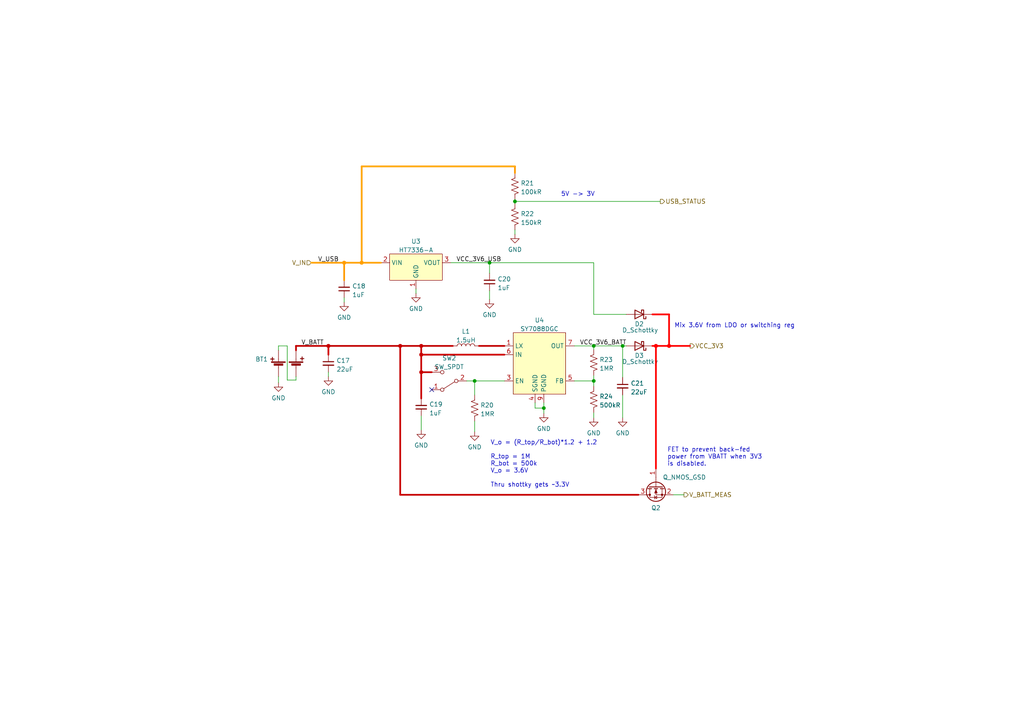
<source format=kicad_sch>
(kicad_sch (version 20211123) (generator eeschema)

  (uuid fbb1f04f-2f6a-45b4-9414-8b4b907a8753)

  (paper "A4")

  (title_block
    (title "kt_sysadminBadge: Power Management")
    (rev "00")
    (company "Kairotronix")
  )

  (lib_symbols
    (symbol "Device:C_Small" (pin_numbers hide) (pin_names (offset 0.254) hide) (in_bom yes) (on_board yes)
      (property "Reference" "C" (id 0) (at 0.254 1.778 0)
        (effects (font (size 1.27 1.27)) (justify left))
      )
      (property "Value" "C_Small" (id 1) (at 0.254 -2.032 0)
        (effects (font (size 1.27 1.27)) (justify left))
      )
      (property "Footprint" "" (id 2) (at 0 0 0)
        (effects (font (size 1.27 1.27)) hide)
      )
      (property "Datasheet" "~" (id 3) (at 0 0 0)
        (effects (font (size 1.27 1.27)) hide)
      )
      (property "ki_keywords" "capacitor cap" (id 4) (at 0 0 0)
        (effects (font (size 1.27 1.27)) hide)
      )
      (property "ki_description" "Unpolarized capacitor, small symbol" (id 5) (at 0 0 0)
        (effects (font (size 1.27 1.27)) hide)
      )
      (property "ki_fp_filters" "C_*" (id 6) (at 0 0 0)
        (effects (font (size 1.27 1.27)) hide)
      )
      (symbol "C_Small_0_1"
        (polyline
          (pts
            (xy -1.524 -0.508)
            (xy 1.524 -0.508)
          )
          (stroke (width 0.3302) (type default) (color 0 0 0 0))
          (fill (type none))
        )
        (polyline
          (pts
            (xy -1.524 0.508)
            (xy 1.524 0.508)
          )
          (stroke (width 0.3048) (type default) (color 0 0 0 0))
          (fill (type none))
        )
      )
      (symbol "C_Small_1_1"
        (pin passive line (at 0 2.54 270) (length 2.032)
          (name "~" (effects (font (size 1.27 1.27))))
          (number "1" (effects (font (size 1.27 1.27))))
        )
        (pin passive line (at 0 -2.54 90) (length 2.032)
          (name "~" (effects (font (size 1.27 1.27))))
          (number "2" (effects (font (size 1.27 1.27))))
        )
      )
    )
    (symbol "Device:D_Schottky" (pin_numbers hide) (pin_names (offset 1.016) hide) (in_bom yes) (on_board yes)
      (property "Reference" "D" (id 0) (at 0 2.54 0)
        (effects (font (size 1.27 1.27)))
      )
      (property "Value" "D_Schottky" (id 1) (at 0 -2.54 0)
        (effects (font (size 1.27 1.27)))
      )
      (property "Footprint" "" (id 2) (at 0 0 0)
        (effects (font (size 1.27 1.27)) hide)
      )
      (property "Datasheet" "~" (id 3) (at 0 0 0)
        (effects (font (size 1.27 1.27)) hide)
      )
      (property "ki_keywords" "diode Schottky" (id 4) (at 0 0 0)
        (effects (font (size 1.27 1.27)) hide)
      )
      (property "ki_description" "Schottky diode" (id 5) (at 0 0 0)
        (effects (font (size 1.27 1.27)) hide)
      )
      (property "ki_fp_filters" "TO-???* *_Diode_* *SingleDiode* D_*" (id 6) (at 0 0 0)
        (effects (font (size 1.27 1.27)) hide)
      )
      (symbol "D_Schottky_0_1"
        (polyline
          (pts
            (xy 1.27 0)
            (xy -1.27 0)
          )
          (stroke (width 0) (type default) (color 0 0 0 0))
          (fill (type none))
        )
        (polyline
          (pts
            (xy 1.27 1.27)
            (xy 1.27 -1.27)
            (xy -1.27 0)
            (xy 1.27 1.27)
          )
          (stroke (width 0.254) (type default) (color 0 0 0 0))
          (fill (type none))
        )
        (polyline
          (pts
            (xy -1.905 0.635)
            (xy -1.905 1.27)
            (xy -1.27 1.27)
            (xy -1.27 -1.27)
            (xy -0.635 -1.27)
            (xy -0.635 -0.635)
          )
          (stroke (width 0.254) (type default) (color 0 0 0 0))
          (fill (type none))
        )
      )
      (symbol "D_Schottky_1_1"
        (pin passive line (at -3.81 0 0) (length 2.54)
          (name "K" (effects (font (size 1.27 1.27))))
          (number "1" (effects (font (size 1.27 1.27))))
        )
        (pin passive line (at 3.81 0 180) (length 2.54)
          (name "A" (effects (font (size 1.27 1.27))))
          (number "2" (effects (font (size 1.27 1.27))))
        )
      )
    )
    (symbol "Device:L" (pin_numbers hide) (pin_names (offset 1.016) hide) (in_bom yes) (on_board yes)
      (property "Reference" "L" (id 0) (at -1.27 0 90)
        (effects (font (size 1.27 1.27)))
      )
      (property "Value" "L" (id 1) (at 1.905 0 90)
        (effects (font (size 1.27 1.27)))
      )
      (property "Footprint" "" (id 2) (at 0 0 0)
        (effects (font (size 1.27 1.27)) hide)
      )
      (property "Datasheet" "~" (id 3) (at 0 0 0)
        (effects (font (size 1.27 1.27)) hide)
      )
      (property "ki_keywords" "inductor choke coil reactor magnetic" (id 4) (at 0 0 0)
        (effects (font (size 1.27 1.27)) hide)
      )
      (property "ki_description" "Inductor" (id 5) (at 0 0 0)
        (effects (font (size 1.27 1.27)) hide)
      )
      (property "ki_fp_filters" "Choke_* *Coil* Inductor_* L_*" (id 6) (at 0 0 0)
        (effects (font (size 1.27 1.27)) hide)
      )
      (symbol "L_0_1"
        (arc (start 0 -2.54) (mid 0.635 -1.905) (end 0 -1.27)
          (stroke (width 0) (type default) (color 0 0 0 0))
          (fill (type none))
        )
        (arc (start 0 -1.27) (mid 0.635 -0.635) (end 0 0)
          (stroke (width 0) (type default) (color 0 0 0 0))
          (fill (type none))
        )
        (arc (start 0 0) (mid 0.635 0.635) (end 0 1.27)
          (stroke (width 0) (type default) (color 0 0 0 0))
          (fill (type none))
        )
        (arc (start 0 1.27) (mid 0.635 1.905) (end 0 2.54)
          (stroke (width 0) (type default) (color 0 0 0 0))
          (fill (type none))
        )
      )
      (symbol "L_1_1"
        (pin passive line (at 0 3.81 270) (length 1.27)
          (name "1" (effects (font (size 1.27 1.27))))
          (number "1" (effects (font (size 1.27 1.27))))
        )
        (pin passive line (at 0 -3.81 90) (length 1.27)
          (name "2" (effects (font (size 1.27 1.27))))
          (number "2" (effects (font (size 1.27 1.27))))
        )
      )
    )
    (symbol "Device:Q_NMOS_GSD" (pin_names (offset 0) hide) (in_bom yes) (on_board yes)
      (property "Reference" "Q" (id 0) (at 5.08 1.27 0)
        (effects (font (size 1.27 1.27)) (justify left))
      )
      (property "Value" "Q_NMOS_GSD" (id 1) (at 5.08 -1.27 0)
        (effects (font (size 1.27 1.27)) (justify left))
      )
      (property "Footprint" "" (id 2) (at 5.08 2.54 0)
        (effects (font (size 1.27 1.27)) hide)
      )
      (property "Datasheet" "~" (id 3) (at 0 0 0)
        (effects (font (size 1.27 1.27)) hide)
      )
      (property "ki_keywords" "transistor NMOS N-MOS N-MOSFET" (id 4) (at 0 0 0)
        (effects (font (size 1.27 1.27)) hide)
      )
      (property "ki_description" "N-MOSFET transistor, gate/source/drain" (id 5) (at 0 0 0)
        (effects (font (size 1.27 1.27)) hide)
      )
      (symbol "Q_NMOS_GSD_0_1"
        (polyline
          (pts
            (xy 0.254 0)
            (xy -2.54 0)
          )
          (stroke (width 0) (type default) (color 0 0 0 0))
          (fill (type none))
        )
        (polyline
          (pts
            (xy 0.254 1.905)
            (xy 0.254 -1.905)
          )
          (stroke (width 0.254) (type default) (color 0 0 0 0))
          (fill (type none))
        )
        (polyline
          (pts
            (xy 0.762 -1.27)
            (xy 0.762 -2.286)
          )
          (stroke (width 0.254) (type default) (color 0 0 0 0))
          (fill (type none))
        )
        (polyline
          (pts
            (xy 0.762 0.508)
            (xy 0.762 -0.508)
          )
          (stroke (width 0.254) (type default) (color 0 0 0 0))
          (fill (type none))
        )
        (polyline
          (pts
            (xy 0.762 2.286)
            (xy 0.762 1.27)
          )
          (stroke (width 0.254) (type default) (color 0 0 0 0))
          (fill (type none))
        )
        (polyline
          (pts
            (xy 2.54 2.54)
            (xy 2.54 1.778)
          )
          (stroke (width 0) (type default) (color 0 0 0 0))
          (fill (type none))
        )
        (polyline
          (pts
            (xy 2.54 -2.54)
            (xy 2.54 0)
            (xy 0.762 0)
          )
          (stroke (width 0) (type default) (color 0 0 0 0))
          (fill (type none))
        )
        (polyline
          (pts
            (xy 0.762 -1.778)
            (xy 3.302 -1.778)
            (xy 3.302 1.778)
            (xy 0.762 1.778)
          )
          (stroke (width 0) (type default) (color 0 0 0 0))
          (fill (type none))
        )
        (polyline
          (pts
            (xy 1.016 0)
            (xy 2.032 0.381)
            (xy 2.032 -0.381)
            (xy 1.016 0)
          )
          (stroke (width 0) (type default) (color 0 0 0 0))
          (fill (type outline))
        )
        (polyline
          (pts
            (xy 2.794 0.508)
            (xy 2.921 0.381)
            (xy 3.683 0.381)
            (xy 3.81 0.254)
          )
          (stroke (width 0) (type default) (color 0 0 0 0))
          (fill (type none))
        )
        (polyline
          (pts
            (xy 3.302 0.381)
            (xy 2.921 -0.254)
            (xy 3.683 -0.254)
            (xy 3.302 0.381)
          )
          (stroke (width 0) (type default) (color 0 0 0 0))
          (fill (type none))
        )
        (circle (center 1.651 0) (radius 2.794)
          (stroke (width 0.254) (type default) (color 0 0 0 0))
          (fill (type none))
        )
        (circle (center 2.54 -1.778) (radius 0.254)
          (stroke (width 0) (type default) (color 0 0 0 0))
          (fill (type outline))
        )
        (circle (center 2.54 1.778) (radius 0.254)
          (stroke (width 0) (type default) (color 0 0 0 0))
          (fill (type outline))
        )
      )
      (symbol "Q_NMOS_GSD_1_1"
        (pin input line (at -5.08 0 0) (length 2.54)
          (name "G" (effects (font (size 1.27 1.27))))
          (number "1" (effects (font (size 1.27 1.27))))
        )
        (pin passive line (at 2.54 -5.08 90) (length 2.54)
          (name "S" (effects (font (size 1.27 1.27))))
          (number "2" (effects (font (size 1.27 1.27))))
        )
        (pin passive line (at 2.54 5.08 270) (length 2.54)
          (name "D" (effects (font (size 1.27 1.27))))
          (number "3" (effects (font (size 1.27 1.27))))
        )
      )
    )
    (symbol "Device:R_US" (pin_numbers hide) (pin_names (offset 0)) (in_bom yes) (on_board yes)
      (property "Reference" "R" (id 0) (at 2.54 0 90)
        (effects (font (size 1.27 1.27)))
      )
      (property "Value" "R_US" (id 1) (at -2.54 0 90)
        (effects (font (size 1.27 1.27)))
      )
      (property "Footprint" "" (id 2) (at 1.016 -0.254 90)
        (effects (font (size 1.27 1.27)) hide)
      )
      (property "Datasheet" "~" (id 3) (at 0 0 0)
        (effects (font (size 1.27 1.27)) hide)
      )
      (property "ki_keywords" "R res resistor" (id 4) (at 0 0 0)
        (effects (font (size 1.27 1.27)) hide)
      )
      (property "ki_description" "Resistor, US symbol" (id 5) (at 0 0 0)
        (effects (font (size 1.27 1.27)) hide)
      )
      (property "ki_fp_filters" "R_*" (id 6) (at 0 0 0)
        (effects (font (size 1.27 1.27)) hide)
      )
      (symbol "R_US_0_1"
        (polyline
          (pts
            (xy 0 -2.286)
            (xy 0 -2.54)
          )
          (stroke (width 0) (type default) (color 0 0 0 0))
          (fill (type none))
        )
        (polyline
          (pts
            (xy 0 2.286)
            (xy 0 2.54)
          )
          (stroke (width 0) (type default) (color 0 0 0 0))
          (fill (type none))
        )
        (polyline
          (pts
            (xy 0 -0.762)
            (xy 1.016 -1.143)
            (xy 0 -1.524)
            (xy -1.016 -1.905)
            (xy 0 -2.286)
          )
          (stroke (width 0) (type default) (color 0 0 0 0))
          (fill (type none))
        )
        (polyline
          (pts
            (xy 0 0.762)
            (xy 1.016 0.381)
            (xy 0 0)
            (xy -1.016 -0.381)
            (xy 0 -0.762)
          )
          (stroke (width 0) (type default) (color 0 0 0 0))
          (fill (type none))
        )
        (polyline
          (pts
            (xy 0 2.286)
            (xy 1.016 1.905)
            (xy 0 1.524)
            (xy -1.016 1.143)
            (xy 0 0.762)
          )
          (stroke (width 0) (type default) (color 0 0 0 0))
          (fill (type none))
        )
      )
      (symbol "R_US_1_1"
        (pin passive line (at 0 3.81 270) (length 1.27)
          (name "~" (effects (font (size 1.27 1.27))))
          (number "1" (effects (font (size 1.27 1.27))))
        )
        (pin passive line (at 0 -3.81 90) (length 1.27)
          (name "~" (effects (font (size 1.27 1.27))))
          (number "2" (effects (font (size 1.27 1.27))))
        )
      )
    )
    (symbol "Switch:SW_SPDT" (pin_names (offset 0) hide) (in_bom yes) (on_board yes)
      (property "Reference" "SW" (id 0) (at 0 4.318 0)
        (effects (font (size 1.27 1.27)))
      )
      (property "Value" "SW_SPDT" (id 1) (at 0 -5.08 0)
        (effects (font (size 1.27 1.27)))
      )
      (property "Footprint" "" (id 2) (at 0 0 0)
        (effects (font (size 1.27 1.27)) hide)
      )
      (property "Datasheet" "~" (id 3) (at 0 0 0)
        (effects (font (size 1.27 1.27)) hide)
      )
      (property "ki_keywords" "switch single-pole double-throw spdt ON-ON" (id 4) (at 0 0 0)
        (effects (font (size 1.27 1.27)) hide)
      )
      (property "ki_description" "Switch, single pole double throw" (id 5) (at 0 0 0)
        (effects (font (size 1.27 1.27)) hide)
      )
      (symbol "SW_SPDT_0_0"
        (circle (center -2.032 0) (radius 0.508)
          (stroke (width 0) (type default) (color 0 0 0 0))
          (fill (type none))
        )
        (circle (center 2.032 -2.54) (radius 0.508)
          (stroke (width 0) (type default) (color 0 0 0 0))
          (fill (type none))
        )
      )
      (symbol "SW_SPDT_0_1"
        (polyline
          (pts
            (xy -1.524 0.254)
            (xy 1.651 2.286)
          )
          (stroke (width 0) (type default) (color 0 0 0 0))
          (fill (type none))
        )
        (circle (center 2.032 2.54) (radius 0.508)
          (stroke (width 0) (type default) (color 0 0 0 0))
          (fill (type none))
        )
      )
      (symbol "SW_SPDT_1_1"
        (pin passive line (at 5.08 2.54 180) (length 2.54)
          (name "A" (effects (font (size 1.27 1.27))))
          (number "1" (effects (font (size 1.27 1.27))))
        )
        (pin passive line (at -5.08 0 0) (length 2.54)
          (name "B" (effects (font (size 1.27 1.27))))
          (number "2" (effects (font (size 1.27 1.27))))
        )
        (pin passive line (at 5.08 -2.54 180) (length 2.54)
          (name "C" (effects (font (size 1.27 1.27))))
          (number "3" (effects (font (size 1.27 1.27))))
        )
      )
    )
    (symbol "kt_Converter_DC_DC:SY7088DGC" (in_bom yes) (on_board yes)
      (property "Reference" "U" (id 0) (at 0 7.62 0)
        (effects (font (size 1.27 1.27)))
      )
      (property "Value" "SY7088DGC" (id 1) (at 0 5.08 0)
        (effects (font (size 1.27 1.27)))
      )
      (property "Footprint" "Package_DFN_QFN:DFN-8-1EP_3x2mm_P0.5mm_EP1.7x1.4mm" (id 2) (at -1.27 -17.78 0)
        (effects (font (size 1.27 1.27)) hide)
      )
      (property "Datasheet" "https://datasheet.lcsc.com/lcsc/2108131730_Silergy-Corp-SY7088DGC_C178240.pdf" (id 3) (at -1.27 -20.32 0)
        (effects (font (size 1.27 1.27)) hide)
      )
      (symbol "SY7088DGC_0_0"
        (pin unspecified line (at -10.16 0 0) (length 2.54)
          (name "LX" (effects (font (size 1.27 1.27))))
          (number "1" (effects (font (size 1.27 1.27))))
        )
        (pin unspecified line (at -10.16 0 0) (length 2.54) hide
          (name "LX" (effects (font (size 1.27 1.27))))
          (number "2" (effects (font (size 1.27 1.27))))
        )
        (pin unspecified line (at -10.16 -10.16 0) (length 2.54)
          (name "EN" (effects (font (size 1.27 1.27))))
          (number "3" (effects (font (size 1.27 1.27))))
        )
        (pin unspecified line (at -1.27 -16.51 90) (length 2.54)
          (name "SGND" (effects (font (size 1.27 1.27))))
          (number "4" (effects (font (size 1.27 1.27))))
        )
        (pin unspecified line (at 10.16 -10.16 180) (length 2.54)
          (name "FB" (effects (font (size 1.27 1.27))))
          (number "5" (effects (font (size 1.27 1.27))))
        )
        (pin unspecified line (at -10.16 -2.54 0) (length 2.54)
          (name "IN" (effects (font (size 1.27 1.27))))
          (number "6" (effects (font (size 1.27 1.27))))
        )
        (pin unspecified line (at 10.16 0 180) (length 2.54)
          (name "OUT" (effects (font (size 1.27 1.27))))
          (number "7" (effects (font (size 1.27 1.27))))
        )
        (pin unspecified line (at 10.16 0 180) (length 2.54) hide
          (name "OUT" (effects (font (size 1.27 1.27))))
          (number "8" (effects (font (size 1.27 1.27))))
        )
        (pin unspecified line (at 1.27 -16.51 90) (length 2.54)
          (name "PGND" (effects (font (size 1.27 1.27))))
          (number "9" (effects (font (size 1.27 1.27))))
        )
      )
      (symbol "SY7088DGC_0_1"
        (rectangle (start 7.62 -13.97) (end -7.62 3.81)
          (stroke (width 0.1524) (type default) (color 0 0 0 0))
          (fill (type background))
        )
      )
    )
    (symbol "kt_Device:Battery_4term" (pin_numbers hide) (pin_names (offset 0) hide) (in_bom yes) (on_board yes)
      (property "Reference" "BT" (id 0) (at 5.08 5.08 0)
        (effects (font (size 1.27 1.27)) (justify left))
      )
      (property "Value" "Battery_4term" (id 1) (at 5.08 2.54 0)
        (effects (font (size 1.27 1.27)) (justify left))
      )
      (property "Footprint" "" (id 2) (at -2.54 1.524 90)
        (effects (font (size 1.27 1.27)) hide)
      )
      (property "Datasheet" "~" (id 3) (at -2.54 1.524 90)
        (effects (font (size 1.27 1.27)) hide)
      )
      (property "ki_keywords" "batt voltage-source cell" (id 4) (at 0 0 0)
        (effects (font (size 1.27 1.27)) hide)
      )
      (property "ki_description" "Multiple-cell battery" (id 5) (at 0 0 0)
        (effects (font (size 1.27 1.27)) hide)
      )
      (symbol "Battery_4term_0_0"
        (pin passive line (at -2.54 -2.54 90) (length 2.54)
          (name "-" (effects (font (size 1.27 1.27))))
          (number "1" (effects (font (size 1.27 1.27))))
        )
        (pin passive line (at 2.54 5.08 270) (length 2.54)
          (name "+" (effects (font (size 1.27 1.27))))
          (number "4" (effects (font (size 1.27 1.27))))
        )
      )
      (symbol "Battery_4term_0_1"
        (rectangle (start -4.572 1.778) (end -0.508 1.524)
          (stroke (width 0) (type default) (color 0 0 0 0))
          (fill (type outline))
        )
        (rectangle (start -3.8608 1.1938) (end -1.27 0.6858)
          (stroke (width 0) (type default) (color 0 0 0 0))
          (fill (type outline))
        )
        (polyline
          (pts
            (xy -4.826 2.667)
            (xy -3.81 2.667)
          )
          (stroke (width 0.254) (type default) (color 0 0 0 0))
          (fill (type none))
        )
        (polyline
          (pts
            (xy -4.318 3.175)
            (xy -4.318 2.159)
          )
          (stroke (width 0.254) (type default) (color 0 0 0 0))
          (fill (type none))
        )
        (polyline
          (pts
            (xy -2.54 0)
            (xy -2.54 0.762)
          )
          (stroke (width 0) (type default) (color 0 0 0 0))
          (fill (type none))
        )
        (polyline
          (pts
            (xy -2.54 1.778)
            (xy -2.54 2.54)
          )
          (stroke (width 0) (type default) (color 0 0 0 0))
          (fill (type none))
        )
        (polyline
          (pts
            (xy 2.54 0)
            (xy 2.54 0.762)
          )
          (stroke (width 0) (type default) (color 0 0 0 0))
          (fill (type none))
        )
        (polyline
          (pts
            (xy 2.54 2.54)
            (xy 2.54 1.778)
          )
          (stroke (width 0) (type default) (color 0 0 0 0))
          (fill (type none))
        )
        (polyline
          (pts
            (xy 3.81 2.54)
            (xy 4.826 2.54)
          )
          (stroke (width 0.254) (type default) (color 0 0 0 0))
          (fill (type none))
        )
        (polyline
          (pts
            (xy 4.318 3.048)
            (xy 4.318 2.032)
          )
          (stroke (width 0.254) (type default) (color 0 0 0 0))
          (fill (type none))
        )
        (rectangle (start 0.5334 1.778) (end 4.5974 1.524)
          (stroke (width 0) (type default) (color 0 0 0 0))
          (fill (type outline))
        )
        (rectangle (start 1.2446 1.1938) (end 3.8354 0.6858)
          (stroke (width 0) (type default) (color 0 0 0 0))
          (fill (type outline))
        )
      )
      (symbol "Battery_4term_1_1"
        (pin passive line (at -2.54 5.08 270) (length 2.54)
          (name "+" (effects (font (size 1.27 1.27))))
          (number "2" (effects (font (size 1.27 1.27))))
        )
        (pin passive line (at 2.54 -2.54 90) (length 2.54)
          (name "-" (effects (font (size 1.27 1.27))))
          (number "3" (effects (font (size 1.27 1.27))))
        )
      )
    )
    (symbol "kt_Regulator_Linear:HT7336-A" (in_bom yes) (on_board yes)
      (property "Reference" "U" (id 0) (at 0 6.35 0)
        (effects (font (size 1.27 1.27)))
      )
      (property "Value" "HT7336-A" (id 1) (at 0 3.81 0)
        (effects (font (size 1.27 1.27)))
      )
      (property "Footprint" "Package_TO_SOT_SMD:SOT-89-3_Handsoldering" (id 2) (at 2.54 -12.7 0)
        (effects (font (size 1.27 1.27)) hide)
      )
      (property "Datasheet" "https://datasheet.lcsc.com/lcsc/2110111730_UMW-Youtai-Semiconductor-Co---Ltd--HT7336-A_C347192.pdf" (id 3) (at -7.62 -10.16 0)
        (effects (font (size 1.27 1.27)) hide)
      )
      (property "MFG P/N" "HT7336-A" (id 4) (at -7.62 -6.35 0)
        (effects (font (size 1.27 1.27)) hide)
      )
      (property "LCSC P/N" "C347192" (id 5) (at -7.62 -7.62 0)
        (effects (font (size 1.27 1.27)) hide)
      )
      (symbol "HT7336-A_0_0"
        (pin unspecified line (at 0 -7.62 90) (length 2.54)
          (name "GND" (effects (font (size 1.27 1.27))))
          (number "1" (effects (font (size 1.27 1.27))))
        )
        (pin unspecified line (at -10.16 0 0) (length 2.54)
          (name "VIN" (effects (font (size 1.27 1.27))))
          (number "2" (effects (font (size 1.27 1.27))))
        )
        (pin unspecified line (at 10.16 0 180) (length 2.54)
          (name "VOUT" (effects (font (size 1.27 1.27))))
          (number "3" (effects (font (size 1.27 1.27))))
        )
      )
      (symbol "HT7336-A_0_1"
        (rectangle (start -7.62 2.54) (end 7.62 -5.08)
          (stroke (width 0.1524) (type default) (color 0 0 0 0))
          (fill (type background))
        )
      )
    )
    (symbol "power:GND" (power) (pin_names (offset 0)) (in_bom yes) (on_board yes)
      (property "Reference" "#PWR" (id 0) (at 0 -6.35 0)
        (effects (font (size 1.27 1.27)) hide)
      )
      (property "Value" "GND" (id 1) (at 0 -3.81 0)
        (effects (font (size 1.27 1.27)))
      )
      (property "Footprint" "" (id 2) (at 0 0 0)
        (effects (font (size 1.27 1.27)) hide)
      )
      (property "Datasheet" "" (id 3) (at 0 0 0)
        (effects (font (size 1.27 1.27)) hide)
      )
      (property "ki_keywords" "power-flag" (id 4) (at 0 0 0)
        (effects (font (size 1.27 1.27)) hide)
      )
      (property "ki_description" "Power symbol creates a global label with name \"GND\" , ground" (id 5) (at 0 0 0)
        (effects (font (size 1.27 1.27)) hide)
      )
      (symbol "GND_0_1"
        (polyline
          (pts
            (xy 0 0)
            (xy 0 -1.27)
            (xy 1.27 -1.27)
            (xy 0 -2.54)
            (xy -1.27 -1.27)
            (xy 0 -1.27)
          )
          (stroke (width 0) (type default) (color 0 0 0 0))
          (fill (type none))
        )
      )
      (symbol "GND_1_1"
        (pin power_in line (at 0 0 270) (length 0) hide
          (name "GND" (effects (font (size 1.27 1.27))))
          (number "1" (effects (font (size 1.27 1.27))))
        )
      )
    )
  )

  (junction (at 122.174 102.87) (diameter 1) (color 194 0 0 1)
    (uuid 0ab4a7f3-7232-4035-b8f0-7937596d8cf6)
  )
  (junction (at 149.352 58.42) (diameter 0) (color 0 0 0 0)
    (uuid 11d24dbf-51f3-4710-8474-26881d10e3d5)
  )
  (junction (at 172.212 110.49) (diameter 0) (color 0 0 0 0)
    (uuid 226b8b86-2bce-48bc-b8dc-61a916e6d5ff)
  )
  (junction (at 137.668 110.49) (diameter 0) (color 0 0 0 0)
    (uuid 3a59cb31-75eb-433e-8e8b-ff06565fda04)
  )
  (junction (at 104.902 76.2) (diameter 1) (color 255 153 0 1)
    (uuid 443125d0-5da7-4cfe-8050-3f0aa4232986)
  )
  (junction (at 116.078 100.33) (diameter 1) (color 194 0 0 1)
    (uuid 509eb95e-f3c5-4444-b053-d57539ef7e6a)
  )
  (junction (at 172.212 100.33) (diameter 0) (color 0 0 0 0)
    (uuid 5ec29eb5-29d4-4fe4-a3dc-c11f5ac63ac1)
  )
  (junction (at 190.246 100.33) (diameter 1) (color 255 0 0 1)
    (uuid 605b1720-9905-4016-910e-06f1b4d3302e)
  )
  (junction (at 194.056 100.33) (diameter 1) (color 255 0 0 1)
    (uuid 6c6456b4-5cc2-403f-9198-1c25343e99c1)
  )
  (junction (at 95.25 100.33) (diameter 1) (color 194 0 0 1)
    (uuid 705ad2f0-389b-489b-8264-73e1df2f55bf)
  )
  (junction (at 122.174 107.95) (diameter 1) (color 194 0 0 1)
    (uuid 88fbcdb8-a6f9-457b-80b3-d801a3740f0b)
  )
  (junction (at 141.986 76.2) (diameter 0) (color 0 0 0 0)
    (uuid b7b5b24a-6f32-4096-af5c-188cc2f20aa7)
  )
  (junction (at 122.174 100.33) (diameter 1) (color 194 0 0 1)
    (uuid c3c49dbf-fdc9-4549-8bd4-e8fc553c02f7)
  )
  (junction (at 99.822 76.2) (diameter 1) (color 255 153 0 1)
    (uuid d34614ad-02c6-4dee-8079-0f26d2792e77)
  )
  (junction (at 180.594 100.33) (diameter 0) (color 0 0 0 0)
    (uuid e62b51b2-c866-48bf-9dc2-59228e34eeb3)
  )
  (junction (at 157.734 118.364) (diameter 0) (color 0 0 0 0)
    (uuid f1c0527b-8d5f-4cca-a9df-75642b4256bd)
  )

  (no_connect (at 125.222 113.03) (uuid 1dfdb42a-cf76-41be-a81d-f12f5615c5b4))

  (wire (pts (xy 95.25 109.22) (xy 95.25 107.95))
    (stroke (width 0) (type default) (color 0 0 0 0))
    (uuid 02507d2d-d909-463d-af1e-bd19c25c3658)
  )
  (wire (pts (xy 155.194 118.364) (xy 157.734 118.364))
    (stroke (width 0) (type default) (color 0 0 0 0))
    (uuid 0631eccf-c3db-4fde-b5ce-c51abba127d6)
  )
  (wire (pts (xy 180.594 100.33) (xy 181.61 100.33))
    (stroke (width 0) (type default) (color 0 0 0 0))
    (uuid 0aacbaf7-88e0-491e-889a-bf4af69d2f5f)
  )
  (wire (pts (xy 198.374 143.51) (xy 195.326 143.51))
    (stroke (width 0) (type default) (color 0 0 0 0))
    (uuid 1d8602c0-032a-4f73-b996-dec2babed73b)
  )
  (wire (pts (xy 80.772 110.998) (xy 80.772 109.22))
    (stroke (width 0) (type default) (color 0 0 0 0))
    (uuid 1e86eaa8-cd04-4480-b173-1d8f217bc8c8)
  )
  (wire (pts (xy 141.986 76.2) (xy 141.986 79.248))
    (stroke (width 0) (type default) (color 0 0 0 0))
    (uuid 1ec06d34-33e1-4dd3-b7e0-6f898c15ae1a)
  )
  (wire (pts (xy 95.25 100.33) (xy 95.25 102.87))
    (stroke (width 0.5) (type default) (color 194 0 0 1))
    (uuid 2241552f-e216-4c72-b701-f39477956c94)
  )
  (wire (pts (xy 141.986 76.2) (xy 130.81 76.2))
    (stroke (width 0) (type default) (color 0 0 0 0))
    (uuid 2be98de6-d8cb-4429-a1e6-37ae75f804c7)
  )
  (wire (pts (xy 180.594 100.33) (xy 180.594 109.474))
    (stroke (width 0) (type default) (color 0 0 0 0))
    (uuid 2c4ca4e2-1aa4-42d5-91ce-42bfb60ef049)
  )
  (wire (pts (xy 137.668 122.174) (xy 137.668 125.222))
    (stroke (width 0) (type default) (color 0 0 0 0))
    (uuid 33d6e81c-d923-477b-8324-2ba53dc26698)
  )
  (wire (pts (xy 190.246 100.33) (xy 190.246 135.89))
    (stroke (width 0.5) (type default) (color 255 0 0 1))
    (uuid 3795b7e4-1645-40da-af76-a335a68e44e2)
  )
  (wire (pts (xy 194.056 91.186) (xy 194.056 100.33))
    (stroke (width 0.5) (type default) (color 255 0 0 1))
    (uuid 3d8591ab-83b5-4835-b479-be6f7683bd00)
  )
  (wire (pts (xy 189.23 100.33) (xy 190.246 100.33))
    (stroke (width 0.5) (type default) (color 255 0 0 1))
    (uuid 3db0fbbe-3368-4585-9686-b1d600aacbd6)
  )
  (wire (pts (xy 122.174 107.95) (xy 125.222 107.95))
    (stroke (width 0.5) (type default) (color 194 0 0 1))
    (uuid 41cc0679-8161-4215-94fc-78f2db3ca7c0)
  )
  (wire (pts (xy 122.174 102.87) (xy 122.174 107.95))
    (stroke (width 0.5) (type default) (color 194 0 0 1))
    (uuid 425c4fca-5082-42c0-9186-413fe04b29ac)
  )
  (wire (pts (xy 80.772 100.33) (xy 80.772 101.6))
    (stroke (width 0) (type default) (color 0 0 0 0))
    (uuid 46a87c5b-4089-4e4f-82aa-3c6bff684905)
  )
  (wire (pts (xy 149.352 67.945) (xy 149.352 66.675))
    (stroke (width 0) (type default) (color 0 0 0 0))
    (uuid 48bc2c27-0df4-47ad-9009-59eead730740)
  )
  (wire (pts (xy 172.212 108.966) (xy 172.212 110.49))
    (stroke (width 0) (type default) (color 0 0 0 0))
    (uuid 4bf30618-b72b-4b84-a1e0-e47d61b68fd0)
  )
  (wire (pts (xy 99.822 76.2) (xy 99.822 81.28))
    (stroke (width 0.5) (type default) (color 255 153 0 1))
    (uuid 520089b0-4442-4713-ae1b-87d63d51b467)
  )
  (wire (pts (xy 166.624 100.33) (xy 172.212 100.33))
    (stroke (width 0) (type default) (color 0 0 0 0))
    (uuid 568cc1c5-7672-4b06-8943-346cb35278ed)
  )
  (wire (pts (xy 149.352 58.42) (xy 149.352 59.055))
    (stroke (width 0) (type default) (color 0 0 0 0))
    (uuid 5bab7068-1c7c-4fc3-9d89-e5dcd4d3249c)
  )
  (wire (pts (xy 122.174 100.33) (xy 122.174 102.87))
    (stroke (width 0.5) (type default) (color 194 0 0 1))
    (uuid 5c72890c-e5d4-498f-b0f4-8f5f0491ce12)
  )
  (wire (pts (xy 104.902 76.2) (xy 110.49 76.2))
    (stroke (width 0.5) (type default) (color 255 153 0 1))
    (uuid 5d4160b3-ea40-45cb-bd14-8bca5b6d5feb)
  )
  (wire (pts (xy 83.312 100.33) (xy 80.772 100.33))
    (stroke (width 0) (type default) (color 0 0 0 0))
    (uuid 657f07a1-1f0e-4566-a158-aab748042c2a)
  )
  (wire (pts (xy 104.902 48.26) (xy 149.352 48.26))
    (stroke (width 0.5) (type default) (color 255 153 0 1))
    (uuid 6c728d9b-70ed-463e-8f73-9acf4d6e10bf)
  )
  (wire (pts (xy 172.212 100.33) (xy 180.594 100.33))
    (stroke (width 0) (type default) (color 0 0 0 0))
    (uuid 6c790526-99e8-4bdc-beb3-46da33eb8b50)
  )
  (wire (pts (xy 155.194 118.364) (xy 155.194 116.84))
    (stroke (width 0) (type default) (color 0 0 0 0))
    (uuid 751e5666-830d-4c57-8db9-30cacb9a1cd8)
  )
  (wire (pts (xy 172.212 76.2) (xy 141.986 76.2))
    (stroke (width 0) (type default) (color 0 0 0 0))
    (uuid 782bc2f0-5d3a-4a1c-94f6-c085fd9573dc)
  )
  (wire (pts (xy 157.734 116.84) (xy 157.734 118.364))
    (stroke (width 0) (type default) (color 0 0 0 0))
    (uuid 7c1bd242-4eb8-458d-9e73-92f7f359486e)
  )
  (wire (pts (xy 138.938 100.33) (xy 146.304 100.33))
    (stroke (width 0.5) (type default) (color 194 0 0 1))
    (uuid 807b9b7a-f3c1-452f-982a-28575bf87685)
  )
  (wire (pts (xy 194.056 100.33) (xy 200.152 100.33))
    (stroke (width 0.5) (type default) (color 255 0 0 1))
    (uuid 82cde1ee-41b6-445b-9e61-ebbc4ff727eb)
  )
  (wire (pts (xy 172.212 121.158) (xy 172.212 119.634))
    (stroke (width 0) (type default) (color 0 0 0 0))
    (uuid 83b58ef0-c039-4e4a-8149-0f2433605bf9)
  )
  (wire (pts (xy 135.382 110.49) (xy 137.668 110.49))
    (stroke (width 0) (type default) (color 0 0 0 0))
    (uuid 84b80a3b-370f-462f-8113-6281473c7bcc)
  )
  (wire (pts (xy 85.852 100.33) (xy 95.25 100.33))
    (stroke (width 0.5) (type default) (color 194 0 0 1))
    (uuid 87b2158b-17bd-48c8-822a-5800e654bae6)
  )
  (wire (pts (xy 95.25 100.33) (xy 116.078 100.33))
    (stroke (width 0.5) (type default) (color 194 0 0 1))
    (uuid 896d8480-52a0-4a4f-b787-bbd28c9cff69)
  )
  (wire (pts (xy 104.902 48.26) (xy 104.902 76.2))
    (stroke (width 0.5) (type default) (color 255 153 0 1))
    (uuid 8c1bdbeb-9beb-4898-8f21-9377acaf0fc6)
  )
  (wire (pts (xy 185.166 143.51) (xy 116.078 143.51))
    (stroke (width 0.5) (type default) (color 194 0 0 1))
    (uuid 8cd17d05-6039-4e7c-8fe0-e3efd2a1ac35)
  )
  (wire (pts (xy 172.212 110.49) (xy 172.212 112.014))
    (stroke (width 0) (type default) (color 0 0 0 0))
    (uuid 8cfeefab-105c-4c42-bf56-7a6ec22ea572)
  )
  (wire (pts (xy 120.65 85.09) (xy 120.65 83.82))
    (stroke (width 0) (type default) (color 0 0 0 0))
    (uuid 8db66241-764a-4624-ac78-0d51b52a7228)
  )
  (wire (pts (xy 172.212 91.186) (xy 172.212 76.2))
    (stroke (width 0) (type default) (color 0 0 0 0))
    (uuid 8edffa25-34b3-4ac6-8f8b-651439945bfa)
  )
  (wire (pts (xy 141.986 84.328) (xy 141.986 86.868))
    (stroke (width 0) (type default) (color 0 0 0 0))
    (uuid 91a46e86-6fc1-4f89-bad9-7b301936dfa7)
  )
  (wire (pts (xy 122.174 120.65) (xy 122.174 124.714))
    (stroke (width 0) (type default) (color 0 0 0 0))
    (uuid 922bcd2f-5aba-4dd3-b250-edc0b1e48a88)
  )
  (wire (pts (xy 116.078 100.33) (xy 122.174 100.33))
    (stroke (width 0.5) (type default) (color 194 0 0 1))
    (uuid 9a641e70-b977-421b-946e-d0f2148b8c91)
  )
  (wire (pts (xy 149.352 57.785) (xy 149.352 58.42))
    (stroke (width 0) (type default) (color 0 0 0 0))
    (uuid 9bdb8114-4ec2-4426-b56d-08e44b3000bf)
  )
  (wire (pts (xy 149.352 48.26) (xy 149.352 50.165))
    (stroke (width 0.5) (type default) (color 255 153 0 1))
    (uuid 9e47acd5-4295-4ee0-8590-a34b748ac633)
  )
  (wire (pts (xy 137.668 110.49) (xy 137.668 114.554))
    (stroke (width 0) (type default) (color 0 0 0 0))
    (uuid a0ded0b3-d9d7-495d-824e-9fe442d58f71)
  )
  (wire (pts (xy 146.304 110.49) (xy 137.668 110.49))
    (stroke (width 0) (type default) (color 0 0 0 0))
    (uuid a271382c-4d5d-4006-b5c0-326c30d30d1d)
  )
  (wire (pts (xy 85.852 110.236) (xy 83.312 110.236))
    (stroke (width 0) (type default) (color 0 0 0 0))
    (uuid a4596f11-275c-4b4d-85d5-0c5c5c43c8d6)
  )
  (wire (pts (xy 83.312 110.236) (xy 83.312 100.33))
    (stroke (width 0) (type default) (color 0 0 0 0))
    (uuid a5849b90-575d-41e3-9073-8c5188c90a76)
  )
  (wire (pts (xy 99.822 87.63) (xy 99.822 86.36))
    (stroke (width 0) (type default) (color 0 0 0 0))
    (uuid a8c4f66f-709a-4708-a4a1-2e0f7972a367)
  )
  (wire (pts (xy 85.852 100.33) (xy 85.852 101.6))
    (stroke (width 0.5) (type default) (color 194 0 0 1))
    (uuid aaf44174-4002-4b1b-ad9d-b28565e665f3)
  )
  (wire (pts (xy 116.078 143.51) (xy 116.078 100.33))
    (stroke (width 0.5) (type default) (color 194 0 0 1))
    (uuid af3a0c11-af01-421d-9bc2-ed6001140e8c)
  )
  (wire (pts (xy 180.594 114.554) (xy 180.594 121.158))
    (stroke (width 0) (type default) (color 0 0 0 0))
    (uuid b23aae68-1628-4ebe-8912-742d37d83184)
  )
  (wire (pts (xy 190.246 100.33) (xy 194.056 100.33))
    (stroke (width 0.5) (type default) (color 255 0 0 1))
    (uuid c5dc5f7a-1194-4a26-b395-91cea6a5f325)
  )
  (wire (pts (xy 122.174 102.87) (xy 146.304 102.87))
    (stroke (width 0.5) (type default) (color 194 0 0 1))
    (uuid c7db8f51-d9d7-4ea6-8877-fba5006b62d0)
  )
  (wire (pts (xy 90.297 76.2) (xy 99.822 76.2))
    (stroke (width 0.5) (type default) (color 255 153 0 1))
    (uuid cd45e345-8eed-4ace-8c7f-ecd9f4e407fc)
  )
  (wire (pts (xy 99.822 76.2) (xy 104.902 76.2))
    (stroke (width 0.5) (type default) (color 255 153 0 1))
    (uuid cf967306-59dd-44ee-983e-79238a6deb12)
  )
  (wire (pts (xy 172.212 91.186) (xy 181.61 91.186))
    (stroke (width 0) (type default) (color 0 0 0 0))
    (uuid d3c2bb3d-1c5d-4cd8-b954-80ce0c770d1b)
  )
  (wire (pts (xy 189.23 91.186) (xy 194.056 91.186))
    (stroke (width 0.5) (type default) (color 255 0 0 1))
    (uuid d650ab64-14ae-4a3d-b87c-7714bbfeaa73)
  )
  (wire (pts (xy 172.212 100.33) (xy 172.212 101.346))
    (stroke (width 0) (type default) (color 0 0 0 0))
    (uuid dc4cee51-2fd1-41f7-a40d-21402bf53169)
  )
  (wire (pts (xy 85.852 109.22) (xy 85.852 110.236))
    (stroke (width 0) (type default) (color 0 0 0 0))
    (uuid dd01befb-029f-40f5-9c3a-c36afdeff322)
  )
  (wire (pts (xy 166.624 110.49) (xy 172.212 110.49))
    (stroke (width 0) (type default) (color 0 0 0 0))
    (uuid e55dcfc1-3c5c-416b-9e94-3ba2f60738b6)
  )
  (wire (pts (xy 149.352 58.42) (xy 191.516 58.42))
    (stroke (width 0) (type default) (color 0 0 0 0))
    (uuid e6f29a4b-0817-4935-8b88-53ed78ff2fd9)
  )
  (wire (pts (xy 122.174 107.95) (xy 122.174 115.57))
    (stroke (width 0.5) (type default) (color 194 0 0 1))
    (uuid f2163697-a885-4300-a66c-c11f505f01bf)
  )
  (wire (pts (xy 122.174 100.33) (xy 131.318 100.33))
    (stroke (width 0.5) (type default) (color 194 0 0 1))
    (uuid f8845af2-8892-440e-82db-7426d2369181)
  )
  (wire (pts (xy 157.734 118.364) (xy 157.734 119.888))
    (stroke (width 0) (type default) (color 0 0 0 0))
    (uuid f8da2e46-97a4-4346-bd19-64e52081ea1c)
  )

  (text "V_o = (R_top/R_bot)*1.2 + 1.2\n\nR_top = 1M\nR_bot = 500k\nV_o = 3.6V\n\nThru shottky gets ~3.3V"
    (at 142.24 141.478 0)
    (effects (font (size 1.27 1.27)) (justify left bottom))
    (uuid 1230a0ae-2cd7-4a4b-b27c-8a0d22d98b1e)
  )
  (text "Mix 3.6V from LDO or switching reg" (at 195.58 95.25 0)
    (effects (font (size 1.27 1.27)) (justify left bottom))
    (uuid 7ed42eaf-e394-456e-875f-b5578ff7c1fa)
  )
  (text "5V -> 3V" (at 162.687 57.15 0)
    (effects (font (size 1.27 1.27)) (justify left bottom))
    (uuid cc179058-66fd-409d-8697-3080a6076d4b)
  )
  (text "FET to prevent back-fed \npower from VBATT when 3V3 \nis disabled."
    (at 193.548 135.382 0)
    (effects (font (size 1.27 1.27)) (justify left bottom))
    (uuid d1884f81-02c8-438b-9e2c-ee059b9a8d6a)
  )

  (label "V_BATT" (at 87.376 100.33 0)
    (effects (font (size 1.27 1.27)) (justify left bottom))
    (uuid 016caa35-d8e4-430a-a61c-6913916a63cf)
  )
  (label "VCC_3V6_USB" (at 132.334 76.2 0)
    (effects (font (size 1.27 1.27)) (justify left bottom))
    (uuid 1b305e13-16ad-4eec-916e-c738bb74b17a)
  )
  (label "VCC_3V6_BATT" (at 168.148 100.33 0)
    (effects (font (size 1.27 1.27)) (justify left bottom))
    (uuid b7cee388-8c7d-4368-acf1-1997cae2630f)
  )
  (label "V_USB" (at 92.202 76.2 0)
    (effects (font (size 1.27 1.27)) (justify left bottom))
    (uuid e05a914f-ec06-4bf9-9dcf-790ee785838b)
  )

  (hierarchical_label "USB_STATUS" (shape output) (at 191.516 58.42 0)
    (effects (font (size 1.27 1.27)) (justify left))
    (uuid 1710e120-f9b2-471e-ae32-92e1ef16e8bd)
  )
  (hierarchical_label "V_BATT_MEAS" (shape output) (at 198.374 143.51 0)
    (effects (font (size 1.27 1.27)) (justify left))
    (uuid 88688712-0e97-4dc4-bc01-63fceeeaac4d)
  )
  (hierarchical_label "VCC_3V3" (shape output) (at 200.152 100.33 0)
    (effects (font (size 1.27 1.27)) (justify left))
    (uuid ab84c52b-d949-42e0-b7e6-2a669587ec2c)
  )
  (hierarchical_label "V_IN" (shape input) (at 90.297 76.2 180)
    (effects (font (size 1.27 1.27)) (justify right))
    (uuid c997046c-e7eb-4bfe-950c-7e0fb78b3bab)
  )

  (symbol (lib_id "Switch:SW_SPDT") (at 130.302 110.49 180) (unit 1)
    (in_bom yes) (on_board yes) (fields_autoplaced)
    (uuid 0ba8b692-872e-4c9a-89ee-1ecf19eb8ee7)
    (property "Reference" "SW2" (id 0) (at 130.302 103.8692 0))
    (property "Value" "SW_SPDT" (id 1) (at 130.302 106.4061 0))
    (property "Footprint" "Button_Switch_SMD:SW_SPDT_PCM12" (id 2) (at 130.302 110.49 0)
      (effects (font (size 1.27 1.27)) hide)
    )
    (property "Datasheet" "https://datasheet.lcsc.com/lcsc/2108131730_Korean-Hroparts-Elec-K3-1296S-E2_C136659.pdf" (id 3) (at 130.302 110.49 0)
      (effects (font (size 1.27 1.27)) hide)
    )
    (property "MFG P/N" "K3-1296S-E2" (id 4) (at 130.302 110.49 0)
      (effects (font (size 1.27 1.27)) hide)
    )
    (property "POPULATE" "YES" (id 5) (at 130.302 110.49 0)
      (effects (font (size 1.27 1.27)) hide)
    )
    (property "LCSC P/N" "C136659" (id 6) (at 130.302 110.49 0)
      (effects (font (size 1.27 1.27)) hide)
    )
    (pin "1" (uuid c73dbc36-8aa3-4e5c-82f4-660c39434f25))
    (pin "2" (uuid 7e3306b7-3891-47ae-a54b-017965717669))
    (pin "3" (uuid 659e0f97-e34a-49ae-8d32-327f75483c0a))
  )

  (symbol (lib_id "power:GND") (at 137.668 125.222 0) (unit 1)
    (in_bom yes) (on_board yes) (fields_autoplaced)
    (uuid 0bb3582e-73c1-4a3e-b38e-9fd5b42e2beb)
    (property "Reference" "#PWR029" (id 0) (at 137.668 131.572 0)
      (effects (font (size 1.27 1.27)) hide)
    )
    (property "Value" "GND" (id 1) (at 137.668 129.6654 0))
    (property "Footprint" "" (id 2) (at 137.668 125.222 0)
      (effects (font (size 1.27 1.27)) hide)
    )
    (property "Datasheet" "" (id 3) (at 137.668 125.222 0)
      (effects (font (size 1.27 1.27)) hide)
    )
    (pin "1" (uuid 3c631595-ce13-42bb-a5c3-032873eb3fed))
  )

  (symbol (lib_id "power:GND") (at 141.986 86.868 0) (unit 1)
    (in_bom yes) (on_board yes) (fields_autoplaced)
    (uuid 12bd21b9-c6a1-4501-afb0-20b32f83fb95)
    (property "Reference" "#PWR030" (id 0) (at 141.986 93.218 0)
      (effects (font (size 1.27 1.27)) hide)
    )
    (property "Value" "GND" (id 1) (at 141.986 91.3114 0))
    (property "Footprint" "" (id 2) (at 141.986 86.868 0)
      (effects (font (size 1.27 1.27)) hide)
    )
    (property "Datasheet" "" (id 3) (at 141.986 86.868 0)
      (effects (font (size 1.27 1.27)) hide)
    )
    (pin "1" (uuid 15eb777e-f778-4e87-8a55-8f03e58944da))
  )

  (symbol (lib_id "power:GND") (at 99.822 87.63 0) (unit 1)
    (in_bom yes) (on_board yes) (fields_autoplaced)
    (uuid 1b49f5a0-1f3b-469c-99a3-150e0aa334b0)
    (property "Reference" "#PWR026" (id 0) (at 99.822 93.98 0)
      (effects (font (size 1.27 1.27)) hide)
    )
    (property "Value" "GND" (id 1) (at 99.822 92.0734 0))
    (property "Footprint" "" (id 2) (at 99.822 87.63 0)
      (effects (font (size 1.27 1.27)) hide)
    )
    (property "Datasheet" "" (id 3) (at 99.822 87.63 0)
      (effects (font (size 1.27 1.27)) hide)
    )
    (pin "1" (uuid 7aa2c1cc-3a62-408f-ab57-a646d678c52d))
  )

  (symbol (lib_id "kt_Converter_DC_DC:SY7088DGC") (at 156.464 100.33 0) (unit 1)
    (in_bom yes) (on_board yes) (fields_autoplaced)
    (uuid 20f42406-721a-4cb0-80f6-ba5acab8d108)
    (property "Reference" "U4" (id 0) (at 156.464 92.871 0))
    (property "Value" "SY7088DGC" (id 1) (at 156.464 95.4079 0))
    (property "Footprint" "Package_DFN_QFN:DFN-8-1EP_3x2mm_P0.5mm_EP1.7x1.4mm" (id 2) (at 155.194 118.11 0)
      (effects (font (size 1.27 1.27)) hide)
    )
    (property "Datasheet" "https://datasheet.lcsc.com/lcsc/2108131730_Silergy-Corp-SY7088DGC_C178240.pdf" (id 3) (at 155.194 120.65 0)
      (effects (font (size 1.27 1.27)) hide)
    )
    (property "MFG P/N" "SY7088DGC" (id 4) (at 156.464 100.33 0)
      (effects (font (size 1.27 1.27)) hide)
    )
    (property "POPULATE" "YES" (id 5) (at 156.464 100.33 0)
      (effects (font (size 1.27 1.27)) hide)
    )
    (property "LCSC P/N" "C178240" (id 6) (at 156.464 100.33 0)
      (effects (font (size 1.27 1.27)) hide)
    )
    (pin "1" (uuid a7e4e8e8-bf4b-46bd-87ae-17cfda75a64c))
    (pin "2" (uuid 81859379-5075-4fd3-a05d-e24ef02e4035))
    (pin "3" (uuid 47d4fca8-776e-4b7d-b697-bcf693310e1f))
    (pin "4" (uuid 1796f20f-277f-4adc-8ac2-0d569972c0f2))
    (pin "5" (uuid 69d36de5-4922-4287-bfd8-63d3d3ee3a55))
    (pin "6" (uuid c04f50a1-ed19-4c33-993d-c9030932439d))
    (pin "7" (uuid b953af1c-23aa-4616-a246-ea0786f3f004))
    (pin "8" (uuid 7f524361-161e-43fc-8a0f-ce7f245be604))
    (pin "9" (uuid 4e6ccfb9-b8bf-4a3c-ac98-de76723bc35f))
  )

  (symbol (lib_id "power:GND") (at 80.772 110.998 0) (mirror y) (unit 1)
    (in_bom yes) (on_board yes) (fields_autoplaced)
    (uuid 20f984c4-1835-4986-adad-605403857895)
    (property "Reference" "#PWR024" (id 0) (at 80.772 117.348 0)
      (effects (font (size 1.27 1.27)) hide)
    )
    (property "Value" "GND" (id 1) (at 80.772 115.4414 0))
    (property "Footprint" "" (id 2) (at 80.772 110.998 0)
      (effects (font (size 1.27 1.27)) hide)
    )
    (property "Datasheet" "" (id 3) (at 80.772 110.998 0)
      (effects (font (size 1.27 1.27)) hide)
    )
    (pin "1" (uuid af00dbfb-465d-426d-aaa3-fc16b24dd152))
  )

  (symbol (lib_id "Device:R_US") (at 172.212 115.824 0) (mirror y) (unit 1)
    (in_bom yes) (on_board yes) (fields_autoplaced)
    (uuid 321664c1-784b-4778-a692-5f0c1473406e)
    (property "Reference" "R24" (id 0) (at 173.863 114.9893 0)
      (effects (font (size 1.27 1.27)) (justify right))
    )
    (property "Value" "500kR" (id 1) (at 173.863 117.5262 0)
      (effects (font (size 1.27 1.27)) (justify right))
    )
    (property "Footprint" "Resistor_SMD:R_0603_1608Metric_Pad0.98x0.95mm_HandSolder" (id 2) (at 171.196 116.078 90)
      (effects (font (size 1.27 1.27)) hide)
    )
    (property "Datasheet" "~" (id 3) (at 172.212 115.824 0)
      (effects (font (size 1.27 1.27)) hide)
    )
    (property "MFG P/N" "AR03BTC5003N" (id 4) (at 172.212 115.824 0)
      (effects (font (size 1.27 1.27)) hide)
    )
    (property "POPULATE" "YES" (id 5) (at 172.212 115.824 0)
      (effects (font (size 1.27 1.27)) hide)
    )
    (property "LCSC P/N" "C412382" (id 6) (at 172.212 115.824 0)
      (effects (font (size 1.27 1.27)) hide)
    )
    (pin "1" (uuid 885db6a5-fa79-490e-bcff-6d13d6d39c5b))
    (pin "2" (uuid 997f644b-97f4-4cf6-887c-12f1734c6b7e))
  )

  (symbol (lib_id "Device:R_US") (at 172.212 105.156 0) (mirror y) (unit 1)
    (in_bom yes) (on_board yes) (fields_autoplaced)
    (uuid 34297325-9d8a-4f3b-a857-ba9692b0763c)
    (property "Reference" "R23" (id 0) (at 173.863 104.3213 0)
      (effects (font (size 1.27 1.27)) (justify right))
    )
    (property "Value" "1MR" (id 1) (at 173.863 106.8582 0)
      (effects (font (size 1.27 1.27)) (justify right))
    )
    (property "Footprint" "Resistor_SMD:R_0603_1608Metric_Pad0.98x0.95mm_HandSolder" (id 2) (at 171.196 105.41 90)
      (effects (font (size 1.27 1.27)) hide)
    )
    (property "Datasheet" "~" (id 3) (at 172.212 105.156 0)
      (effects (font (size 1.27 1.27)) hide)
    )
    (property "MFG P/N" "ARG03BTC1004" (id 4) (at 172.212 105.156 0)
      (effects (font (size 1.27 1.27)) hide)
    )
    (property "POPULATE" "YES" (id 5) (at 172.212 105.156 0)
      (effects (font (size 1.27 1.27)) hide)
    )
    (property "LCSC P/N" "C319876" (id 6) (at 172.212 105.156 0)
      (effects (font (size 1.27 1.27)) hide)
    )
    (pin "1" (uuid 51fed1ad-edd1-4cb3-bf38-d4b4146d9b29))
    (pin "2" (uuid 7454bd5b-4733-4f0a-b866-b04d5dfafbe9))
  )

  (symbol (lib_id "power:GND") (at 180.594 121.158 0) (unit 1)
    (in_bom yes) (on_board yes) (fields_autoplaced)
    (uuid 5e2ca89b-c08c-492f-82cc-94cce3e1a2cf)
    (property "Reference" "#PWR034" (id 0) (at 180.594 127.508 0)
      (effects (font (size 1.27 1.27)) hide)
    )
    (property "Value" "GND" (id 1) (at 180.594 125.6014 0))
    (property "Footprint" "" (id 2) (at 180.594 121.158 0)
      (effects (font (size 1.27 1.27)) hide)
    )
    (property "Datasheet" "" (id 3) (at 180.594 121.158 0)
      (effects (font (size 1.27 1.27)) hide)
    )
    (pin "1" (uuid b3bd8062-143c-4c35-afa1-dbaa13f082d8))
  )

  (symbol (lib_id "Device:D_Schottky") (at 185.42 100.33 180) (unit 1)
    (in_bom yes) (on_board yes)
    (uuid 608dd35f-6f86-4a82-853a-8d4fb96e5019)
    (property "Reference" "D3" (id 0) (at 185.42 103.124 0))
    (property "Value" "D_Schottky" (id 1) (at 185.674 104.902 0))
    (property "Footprint" "Diode_SMD:D_SMA_Handsoldering" (id 2) (at 185.42 100.33 0)
      (effects (font (size 1.27 1.27)) hide)
    )
    (property "Datasheet" "https://datasheet.lcsc.com/lcsc/1808311525_WILLSEMI-Will-Semicon-SS24_C167134.pdf" (id 3) (at 185.42 100.33 0)
      (effects (font (size 1.27 1.27)) hide)
    )
    (property "MFG P/N" "SS24" (id 4) (at 185.42 100.33 0)
      (effects (font (size 1.27 1.27)) hide)
    )
    (property "POPULATE" "YES" (id 5) (at 185.42 100.33 0)
      (effects (font (size 1.27 1.27)) hide)
    )
    (property "LCSC P/N" "C266555" (id 6) (at 185.42 100.33 0)
      (effects (font (size 1.27 1.27)) hide)
    )
    (property "MFG" "BORN" (id 7) (at 185.42 100.33 0)
      (effects (font (size 1.27 1.27)) hide)
    )
    (pin "1" (uuid 3e4ac170-1ec5-450b-ad56-3e33876d6734))
    (pin "2" (uuid aa3e60a3-05d4-4c3b-8780-b9734cd31003))
  )

  (symbol (lib_id "Device:D_Schottky") (at 185.42 91.186 180) (unit 1)
    (in_bom yes) (on_board yes)
    (uuid 63cee963-881d-45d4-b9c4-b27d37708e95)
    (property "Reference" "D2" (id 0) (at 185.42 93.98 0))
    (property "Value" "D_Schottky" (id 1) (at 185.674 95.758 0))
    (property "Footprint" "Diode_SMD:D_SMA_Handsoldering" (id 2) (at 185.42 91.186 0)
      (effects (font (size 1.27 1.27)) hide)
    )
    (property "Datasheet" "https://datasheet.lcsc.com/lcsc/1808311525_WILLSEMI-Will-Semicon-SS24_C167134.pdf" (id 3) (at 185.42 91.186 0)
      (effects (font (size 1.27 1.27)) hide)
    )
    (property "MFG P/N" "SS24" (id 4) (at 185.42 91.186 0)
      (effects (font (size 1.27 1.27)) hide)
    )
    (property "POPULATE" "YES" (id 5) (at 185.42 91.186 0)
      (effects (font (size 1.27 1.27)) hide)
    )
    (property "LCSC P/N" "C266555" (id 6) (at 185.42 91.186 0)
      (effects (font (size 1.27 1.27)) hide)
    )
    (property "MFG" "BORN" (id 7) (at 185.42 91.186 0)
      (effects (font (size 1.27 1.27)) hide)
    )
    (pin "1" (uuid 02e77a22-6623-43b4-9aa3-0914001f02a6))
    (pin "2" (uuid 038f3b37-145d-4de1-8f4f-65753cc33a5b))
  )

  (symbol (lib_id "Device:R_US") (at 149.352 62.865 0) (mirror y) (unit 1)
    (in_bom yes) (on_board yes) (fields_autoplaced)
    (uuid 6a672cf3-0298-478b-95c9-35ddcb6b3b37)
    (property "Reference" "R22" (id 0) (at 151.003 62.0303 0)
      (effects (font (size 1.27 1.27)) (justify right))
    )
    (property "Value" "150kR" (id 1) (at 151.003 64.5672 0)
      (effects (font (size 1.27 1.27)) (justify right))
    )
    (property "Footprint" "Resistor_SMD:R_0603_1608Metric_Pad0.98x0.95mm_HandSolder" (id 2) (at 148.336 63.119 90)
      (effects (font (size 1.27 1.27)) hide)
    )
    (property "Datasheet" "~" (id 3) (at 149.352 62.865 0)
      (effects (font (size 1.27 1.27)) hide)
    )
    (property "MFG P/N" "AR03BTCX1503" (id 4) (at 149.352 62.865 0)
      (effects (font (size 1.27 1.27)) hide)
    )
    (property "POPULATE" "YES" (id 5) (at 149.352 62.865 0)
      (effects (font (size 1.27 1.27)) hide)
    )
    (property "LCSC P/N" "C319969" (id 6) (at 149.352 62.865 0)
      (effects (font (size 1.27 1.27)) hide)
    )
    (pin "1" (uuid 7c8b89fb-15dd-4e2b-a650-a12f844077e5))
    (pin "2" (uuid 51c6a56f-f741-4fe6-ad4a-c1d4ea909b67))
  )

  (symbol (lib_id "Device:C_Small") (at 141.986 81.788 180) (unit 1)
    (in_bom yes) (on_board yes) (fields_autoplaced)
    (uuid 6cc283af-08c2-43a9-b5c3-5bab3acc5f1f)
    (property "Reference" "C20" (id 0) (at 144.3101 80.9469 0)
      (effects (font (size 1.27 1.27)) (justify right))
    )
    (property "Value" "1uF" (id 1) (at 144.3101 83.4838 0)
      (effects (font (size 1.27 1.27)) (justify right))
    )
    (property "Footprint" "Capacitor_SMD:C_0603_1608Metric_Pad1.08x0.95mm_HandSolder" (id 2) (at 141.986 81.788 0)
      (effects (font (size 1.27 1.27)) hide)
    )
    (property "Datasheet" "~" (id 3) (at 141.986 81.788 0)
      (effects (font (size 1.27 1.27)) hide)
    )
    (property "MFG P/N" "CL10A105KO8NNNC" (id 4) (at 141.986 81.788 0)
      (effects (font (size 1.27 1.27)) hide)
    )
    (property "POPULATE" "YES" (id 5) (at 141.986 81.788 0)
      (effects (font (size 1.27 1.27)) hide)
    )
    (property "LCSC P/N" "C1592" (id 6) (at 141.986 81.788 0)
      (effects (font (size 1.27 1.27)) hide)
    )
    (pin "1" (uuid b368b652-7066-4c89-afe2-3d9021508663))
    (pin "2" (uuid 3bcb518d-f7e3-4eae-bacf-5ce077feb07f))
  )

  (symbol (lib_id "power:GND") (at 157.734 119.888 0) (unit 1)
    (in_bom yes) (on_board yes) (fields_autoplaced)
    (uuid 7620797f-5feb-4a4f-9db6-93e2dcfe30ee)
    (property "Reference" "#PWR032" (id 0) (at 157.734 126.238 0)
      (effects (font (size 1.27 1.27)) hide)
    )
    (property "Value" "GND" (id 1) (at 157.734 124.3314 0))
    (property "Footprint" "" (id 2) (at 157.734 119.888 0)
      (effects (font (size 1.27 1.27)) hide)
    )
    (property "Datasheet" "" (id 3) (at 157.734 119.888 0)
      (effects (font (size 1.27 1.27)) hide)
    )
    (pin "1" (uuid bfc56f61-0cb7-4113-b9f0-32ed14f9f7d5))
  )

  (symbol (lib_id "kt_Regulator_Linear:HT7336-A") (at 120.65 76.2 0) (unit 1)
    (in_bom yes) (on_board yes) (fields_autoplaced)
    (uuid 8420f360-fccd-49a7-b34b-fb4033d86210)
    (property "Reference" "U3" (id 0) (at 120.65 70.011 0))
    (property "Value" "HT7336-A" (id 1) (at 120.65 72.5479 0))
    (property "Footprint" "Package_TO_SOT_SMD:SOT-89-3_Handsoldering" (id 2) (at 123.19 88.9 0)
      (effects (font (size 1.27 1.27)) hide)
    )
    (property "Datasheet" "https://datasheet.lcsc.com/lcsc/2110111730_UMW-Youtai-Semiconductor-Co---Ltd--HT7336-A_C347192.pdf" (id 3) (at 113.03 86.36 0)
      (effects (font (size 1.27 1.27)) hide)
    )
    (property "MFG P/N" "HT7336-A" (id 4) (at 113.03 82.55 0)
      (effects (font (size 1.27 1.27)) hide)
    )
    (property "LCSC P/N" "C347192" (id 5) (at 113.03 83.82 0)
      (effects (font (size 1.27 1.27)) hide)
    )
    (pin "1" (uuid a6c0d117-eda3-4bdd-aeef-926de34c4250))
    (pin "2" (uuid 3a1ab001-ed8f-4f63-a5df-bb8ae62df88f))
    (pin "3" (uuid 59edf73f-daad-48b3-8c04-684178f670fa))
  )

  (symbol (lib_id "Device:L") (at 135.128 100.33 90) (unit 1)
    (in_bom yes) (on_board yes) (fields_autoplaced)
    (uuid 923c7b02-ccdc-4e53-b988-581e9b5879f7)
    (property "Reference" "L1" (id 0) (at 135.128 96.1222 90))
    (property "Value" "1.5uH" (id 1) (at 135.128 98.6591 90))
    (property "Footprint" "Inductor_SMD:L_1008_2520Metric_Pad1.43x2.20mm_HandSolder" (id 2) (at 135.128 100.33 0)
      (effects (font (size 1.27 1.27)) hide)
    )
    (property "Datasheet" "https://datasheet.lcsc.com/lcsc/1912111437_Chilisin-Elec-HEI252012A-1R5M-Q8_C285916.pdf" (id 3) (at 135.128 100.33 0)
      (effects (font (size 1.27 1.27)) hide)
    )
    (property "MFG P/N" "HEI252012A-1R5M-Q8" (id 4) (at 135.128 100.33 90)
      (effects (font (size 1.27 1.27)) hide)
    )
    (property "POPULATE" "YES" (id 5) (at 135.128 100.33 0)
      (effects (font (size 1.27 1.27)) hide)
    )
    (property "LCSC P/N" "C285916" (id 6) (at 135.128 100.33 0)
      (effects (font (size 1.27 1.27)) hide)
    )
    (pin "1" (uuid de5410b1-919c-410d-8216-5366130b6eea))
    (pin "2" (uuid 6d3854b2-b519-43ab-80ae-f789f3ad9b75))
  )

  (symbol (lib_id "Device:C_Small") (at 122.174 118.11 180) (unit 1)
    (in_bom yes) (on_board yes) (fields_autoplaced)
    (uuid 9390c5d7-c7fc-4caf-b6ef-5c16b204bfbe)
    (property "Reference" "C19" (id 0) (at 124.4981 117.2689 0)
      (effects (font (size 1.27 1.27)) (justify right))
    )
    (property "Value" "1uF" (id 1) (at 124.4981 119.8058 0)
      (effects (font (size 1.27 1.27)) (justify right))
    )
    (property "Footprint" "Capacitor_SMD:C_0603_1608Metric_Pad1.08x0.95mm_HandSolder" (id 2) (at 122.174 118.11 0)
      (effects (font (size 1.27 1.27)) hide)
    )
    (property "Datasheet" "~" (id 3) (at 122.174 118.11 0)
      (effects (font (size 1.27 1.27)) hide)
    )
    (property "MFG P/N" "CL10A105KO8NNNC" (id 4) (at 122.174 118.11 0)
      (effects (font (size 1.27 1.27)) hide)
    )
    (property "POPULATE" "YES" (id 5) (at 122.174 118.11 0)
      (effects (font (size 1.27 1.27)) hide)
    )
    (property "LCSC P/N" "C1592" (id 6) (at 122.174 118.11 0)
      (effects (font (size 1.27 1.27)) hide)
    )
    (pin "1" (uuid efd97623-15bb-4929-9e22-3a3a37edf238))
    (pin "2" (uuid 4b334e85-9e44-468a-93b0-2973eeb237a9))
  )

  (symbol (lib_id "power:GND") (at 122.174 124.714 0) (unit 1)
    (in_bom yes) (on_board yes) (fields_autoplaced)
    (uuid 98f841d7-f3a0-40ea-854a-9293689fae42)
    (property "Reference" "#PWR028" (id 0) (at 122.174 131.064 0)
      (effects (font (size 1.27 1.27)) hide)
    )
    (property "Value" "GND" (id 1) (at 122.174 129.1574 0))
    (property "Footprint" "" (id 2) (at 122.174 124.714 0)
      (effects (font (size 1.27 1.27)) hide)
    )
    (property "Datasheet" "" (id 3) (at 122.174 124.714 0)
      (effects (font (size 1.27 1.27)) hide)
    )
    (pin "1" (uuid a1217b60-cc0a-433c-972d-a5250e2b0479))
  )

  (symbol (lib_id "Device:C_Small") (at 95.25 105.41 0) (unit 1)
    (in_bom yes) (on_board yes) (fields_autoplaced)
    (uuid 9c5108db-421d-43c5-80a2-f13d3ec12962)
    (property "Reference" "C17" (id 0) (at 97.5741 104.5816 0)
      (effects (font (size 1.27 1.27)) (justify left))
    )
    (property "Value" "22uF" (id 1) (at 97.5741 107.1185 0)
      (effects (font (size 1.27 1.27)) (justify left))
    )
    (property "Footprint" "Capacitor_SMD:C_0805_2012Metric_Pad1.18x1.45mm_HandSolder" (id 2) (at 95.25 105.41 0)
      (effects (font (size 1.27 1.27)) hide)
    )
    (property "Datasheet" "~" (id 3) (at 95.25 105.41 0)
      (effects (font (size 1.27 1.27)) hide)
    )
    (property "MFG P/N" "CL21A226MAYNNNE" (id 4) (at 95.25 105.41 0)
      (effects (font (size 1.27 1.27)) hide)
    )
    (property "POPULATE" "YES" (id 5) (at 95.25 105.41 0)
      (effects (font (size 1.27 1.27)) hide)
    )
    (property "LCSC P/N" "C602037" (id 6) (at 95.25 105.41 0)
      (effects (font (size 1.27 1.27)) hide)
    )
    (pin "1" (uuid 16b36825-e668-4dae-8415-e3c194cfcd4b))
    (pin "2" (uuid 2354a5b1-d8e0-4e3b-984a-f85bacde36cb))
  )

  (symbol (lib_id "power:GND") (at 120.65 85.09 0) (unit 1)
    (in_bom yes) (on_board yes) (fields_autoplaced)
    (uuid 9f3d39b0-fe7f-4fdc-b43d-4bb6039cb79d)
    (property "Reference" "#PWR027" (id 0) (at 120.65 91.44 0)
      (effects (font (size 1.27 1.27)) hide)
    )
    (property "Value" "GND" (id 1) (at 120.65 89.5334 0))
    (property "Footprint" "" (id 2) (at 120.65 85.09 0)
      (effects (font (size 1.27 1.27)) hide)
    )
    (property "Datasheet" "" (id 3) (at 120.65 85.09 0)
      (effects (font (size 1.27 1.27)) hide)
    )
    (pin "1" (uuid 2e0f5956-988d-4467-ac24-5eaf9a9efbcf))
  )

  (symbol (lib_id "power:GND") (at 172.212 121.158 0) (unit 1)
    (in_bom yes) (on_board yes) (fields_autoplaced)
    (uuid a1dffba3-ad86-4f55-8bce-9a3a98ca7a2b)
    (property "Reference" "#PWR033" (id 0) (at 172.212 127.508 0)
      (effects (font (size 1.27 1.27)) hide)
    )
    (property "Value" "GND" (id 1) (at 172.212 125.6014 0))
    (property "Footprint" "" (id 2) (at 172.212 121.158 0)
      (effects (font (size 1.27 1.27)) hide)
    )
    (property "Datasheet" "" (id 3) (at 172.212 121.158 0)
      (effects (font (size 1.27 1.27)) hide)
    )
    (pin "1" (uuid e409a1a0-9e0b-4480-ad26-658a0a7e075b))
  )

  (symbol (lib_id "kt_Device:Battery_4term") (at 83.312 106.68 0) (mirror y) (unit 1)
    (in_bom yes) (on_board yes) (fields_autoplaced)
    (uuid aef67498-f8b2-4a4e-a0c4-cb51ae3dce28)
    (property "Reference" "BT1" (id 0) (at 77.724 104.1943 0)
      (effects (font (size 1.27 1.27)) (justify left))
    )
    (property "Value" "" (id 1) (at 77.724 106.7312 0)
      (effects (font (size 1.27 1.27)) (justify left))
    )
    (property "Footprint" "" (id 2) (at 85.852 105.156 90)
      (effects (font (size 1.27 1.27)) hide)
    )
    (property "Datasheet" "https://datasheet.lcsc.com/lcsc/2012311835_MYOUNG-BH-AAA-B5AA001_C964881.pdf" (id 3) (at 85.852 105.156 90)
      (effects (font (size 1.27 1.27)) hide)
    )
    (property "MFG P/N" "BH-AAA-B5AA001" (id 4) (at 83.312 106.68 0)
      (effects (font (size 1.27 1.27)) hide)
    )
    (property "POPULATE" "YES" (id 5) (at 83.312 106.68 0)
      (effects (font (size 1.27 1.27)) hide)
    )
    (property "LCSC P/N" "C964881" (id 6) (at 83.312 106.68 0)
      (effects (font (size 1.27 1.27)) hide)
    )
    (pin "1" (uuid b9f5279b-5af3-4b91-b408-c522df24218a))
    (pin "4" (uuid 07957cc6-8d4f-4182-b959-fd9e481bee13))
    (pin "2" (uuid 12f1522e-8937-4f16-9cd5-1f3dfaa7ac3a))
    (pin "3" (uuid 869770ec-e139-4035-8b0b-b33fe7284f96))
  )

  (symbol (lib_id "Device:C_Small") (at 180.594 112.014 0) (unit 1)
    (in_bom yes) (on_board yes) (fields_autoplaced)
    (uuid b1dd2db6-ece1-41f5-8c59-9ffca5a6128f)
    (property "Reference" "C21" (id 0) (at 182.9181 111.1856 0)
      (effects (font (size 1.27 1.27)) (justify left))
    )
    (property "Value" "22uF" (id 1) (at 182.9181 113.7225 0)
      (effects (font (size 1.27 1.27)) (justify left))
    )
    (property "Footprint" "Capacitor_SMD:C_0805_2012Metric_Pad1.18x1.45mm_HandSolder" (id 2) (at 180.594 112.014 0)
      (effects (font (size 1.27 1.27)) hide)
    )
    (property "Datasheet" "~" (id 3) (at 180.594 112.014 0)
      (effects (font (size 1.27 1.27)) hide)
    )
    (property "MFG P/N" "CL21A226MAYNNNE" (id 4) (at 180.594 112.014 0)
      (effects (font (size 1.27 1.27)) hide)
    )
    (property "POPULATE" "YES" (id 5) (at 180.594 112.014 0)
      (effects (font (size 1.27 1.27)) hide)
    )
    (property "LCSC P/N" "C602037" (id 6) (at 180.594 112.014 0)
      (effects (font (size 1.27 1.27)) hide)
    )
    (pin "1" (uuid d38df95e-e3fa-4e98-97cc-3e5c407a72c5))
    (pin "2" (uuid e974487b-0135-40f6-9b77-be7bfe22b6d2))
  )

  (symbol (lib_id "power:GND") (at 95.25 109.22 0) (unit 1)
    (in_bom yes) (on_board yes) (fields_autoplaced)
    (uuid b79b28fb-32dd-4b53-a915-917117583616)
    (property "Reference" "#PWR025" (id 0) (at 95.25 115.57 0)
      (effects (font (size 1.27 1.27)) hide)
    )
    (property "Value" "GND" (id 1) (at 95.25 113.6634 0))
    (property "Footprint" "" (id 2) (at 95.25 109.22 0)
      (effects (font (size 1.27 1.27)) hide)
    )
    (property "Datasheet" "" (id 3) (at 95.25 109.22 0)
      (effects (font (size 1.27 1.27)) hide)
    )
    (pin "1" (uuid 86b49e77-aad1-4cd9-a98d-f90810192650))
  )

  (symbol (lib_id "Device:C_Small") (at 99.822 83.82 180) (unit 1)
    (in_bom yes) (on_board yes) (fields_autoplaced)
    (uuid cf11a5c4-8db6-4487-9ea3-0d2915dc0912)
    (property "Reference" "C18" (id 0) (at 102.1461 82.9789 0)
      (effects (font (size 1.27 1.27)) (justify right))
    )
    (property "Value" "1uF" (id 1) (at 102.1461 85.5158 0)
      (effects (font (size 1.27 1.27)) (justify right))
    )
    (property "Footprint" "Capacitor_SMD:C_0603_1608Metric_Pad1.08x0.95mm_HandSolder" (id 2) (at 99.822 83.82 0)
      (effects (font (size 1.27 1.27)) hide)
    )
    (property "Datasheet" "~" (id 3) (at 99.822 83.82 0)
      (effects (font (size 1.27 1.27)) hide)
    )
    (property "MFG P/N" "CL10A105KO8NNNC" (id 4) (at 99.822 83.82 0)
      (effects (font (size 1.27 1.27)) hide)
    )
    (property "POPULATE" "YES" (id 5) (at 99.822 83.82 0)
      (effects (font (size 1.27 1.27)) hide)
    )
    (property "LCSC P/N" "C1592" (id 6) (at 99.822 83.82 0)
      (effects (font (size 1.27 1.27)) hide)
    )
    (pin "1" (uuid 7a3c209b-cc21-4804-8463-b55184ba7ff5))
    (pin "2" (uuid 790c5081-110e-46e1-883b-e621562d894e))
  )

  (symbol (lib_id "Device:R_US") (at 149.352 53.975 0) (mirror y) (unit 1)
    (in_bom yes) (on_board yes) (fields_autoplaced)
    (uuid e0de46c4-dd5b-48ad-90db-6d3d27ad6d37)
    (property "Reference" "R21" (id 0) (at 151.003 53.1403 0)
      (effects (font (size 1.27 1.27)) (justify right))
    )
    (property "Value" "100kR" (id 1) (at 151.003 55.6772 0)
      (effects (font (size 1.27 1.27)) (justify right))
    )
    (property "Footprint" "Resistor_SMD:R_0603_1608Metric_Pad0.98x0.95mm_HandSolder" (id 2) (at 148.336 54.229 90)
      (effects (font (size 1.27 1.27)) hide)
    )
    (property "Datasheet" "~" (id 3) (at 149.352 53.975 0)
      (effects (font (size 1.27 1.27)) hide)
    )
    (property "MFG P/N" "AR03BTCX1003" (id 4) (at 149.352 53.975 0)
      (effects (font (size 1.27 1.27)) hide)
    )
    (property "POPULATE" "YES" (id 5) (at 149.352 53.975 0)
      (effects (font (size 1.27 1.27)) hide)
    )
    (property "LCSC P/N" "C335092" (id 6) (at 149.352 53.975 0)
      (effects (font (size 1.27 1.27)) hide)
    )
    (pin "1" (uuid d1eba6e1-11a7-4b8d-a6af-0e8db8504e1f))
    (pin "2" (uuid 13b93b86-c7f7-4bd6-8395-83e3bb2ec213))
  )

  (symbol (lib_id "power:GND") (at 149.352 67.945 0) (unit 1)
    (in_bom yes) (on_board yes) (fields_autoplaced)
    (uuid e662d9c7-5dc9-45be-98ad-1ea318bedbbb)
    (property "Reference" "#PWR031" (id 0) (at 149.352 74.295 0)
      (effects (font (size 1.27 1.27)) hide)
    )
    (property "Value" "GND" (id 1) (at 149.352 72.3884 0))
    (property "Footprint" "" (id 2) (at 149.352 67.945 0)
      (effects (font (size 1.27 1.27)) hide)
    )
    (property "Datasheet" "" (id 3) (at 149.352 67.945 0)
      (effects (font (size 1.27 1.27)) hide)
    )
    (pin "1" (uuid 8d2d7b5e-4aea-448f-b34d-0742ac96f399))
  )

  (symbol (lib_id "Device:R_US") (at 137.668 118.364 0) (mirror y) (unit 1)
    (in_bom yes) (on_board yes) (fields_autoplaced)
    (uuid f364937f-9325-4114-8205-9871dc24a103)
    (property "Reference" "R20" (id 0) (at 139.319 117.5293 0)
      (effects (font (size 1.27 1.27)) (justify right))
    )
    (property "Value" "1MR" (id 1) (at 139.319 120.0662 0)
      (effects (font (size 1.27 1.27)) (justify right))
    )
    (property "Footprint" "Resistor_SMD:R_0603_1608Metric_Pad0.98x0.95mm_HandSolder" (id 2) (at 136.652 118.618 90)
      (effects (font (size 1.27 1.27)) hide)
    )
    (property "Datasheet" "~" (id 3) (at 137.668 118.364 0)
      (effects (font (size 1.27 1.27)) hide)
    )
    (property "MFG P/N" "ARG03BTC1004" (id 4) (at 137.668 118.364 0)
      (effects (font (size 1.27 1.27)) hide)
    )
    (property "POPULATE" "YES" (id 5) (at 137.668 118.364 0)
      (effects (font (size 1.27 1.27)) hide)
    )
    (property "LCSC P/N" "C319876" (id 6) (at 137.668 118.364 0)
      (effects (font (size 1.27 1.27)) hide)
    )
    (pin "1" (uuid 51471b19-21aa-4b01-a4eb-ee027f9630f9))
    (pin "2" (uuid 14813860-4ef2-4bc7-809b-02698cf0e3f4))
  )

  (symbol (lib_id "Device:Q_NMOS_GSD") (at 190.246 140.97 90) (mirror x) (unit 1)
    (in_bom yes) (on_board yes)
    (uuid f4b74064-14ca-4f94-99e8-085a44ee00f9)
    (property "Reference" "Q2" (id 0) (at 190.246 147.32 90))
    (property "Value" "Q_NMOS_GSD" (id 1) (at 198.501 138.43 90))
    (property "Footprint" "Package_TO_SOT_SMD:SC-59_Handsoldering" (id 2) (at 187.706 146.05 0)
      (effects (font (size 1.27 1.27)) hide)
    )
    (property "Datasheet" "https://datasheet.lcsc.com/lcsc/1912111437_ALLPOWER-ShenZhen-Quan-Li-Semiconductor-AP2302B_C406812.pdf" (id 3) (at 190.246 140.97 0)
      (effects (font (size 1.27 1.27)) hide)
    )
    (property "MFG P/N" "AP2302B" (id 4) (at 190.246 140.97 90)
      (effects (font (size 1.27 1.27)) hide)
    )
    (property "POPULATE" "YES" (id 5) (at 190.246 140.97 0)
      (effects (font (size 1.27 1.27)) hide)
    )
    (property "LCSC P/N" "C406812" (id 6) (at 190.246 140.97 0)
      (effects (font (size 1.27 1.27)) hide)
    )
    (pin "1" (uuid 4f3dc4b5-02a0-43d5-9a3a-377f3c178ab4))
    (pin "2" (uuid 71220147-eaec-4703-9f71-909502086dbe))
    (pin "3" (uuid 276163e4-4348-4a21-8ebf-a16a1d371658))
  )
)

</source>
